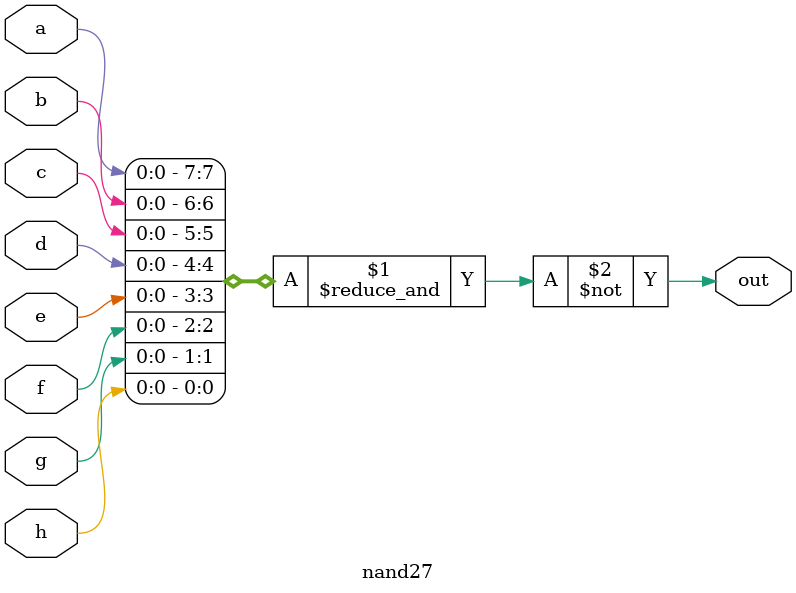
<source format=v>
module nand27 (
  input a,
  input b,
  input c,
  input d,
  input e,
  input f,
  input g,
  input h,
  output out
);

  assign out = ~(&{a,b,c,d,e,f,g ,h});

endmodule

</source>
